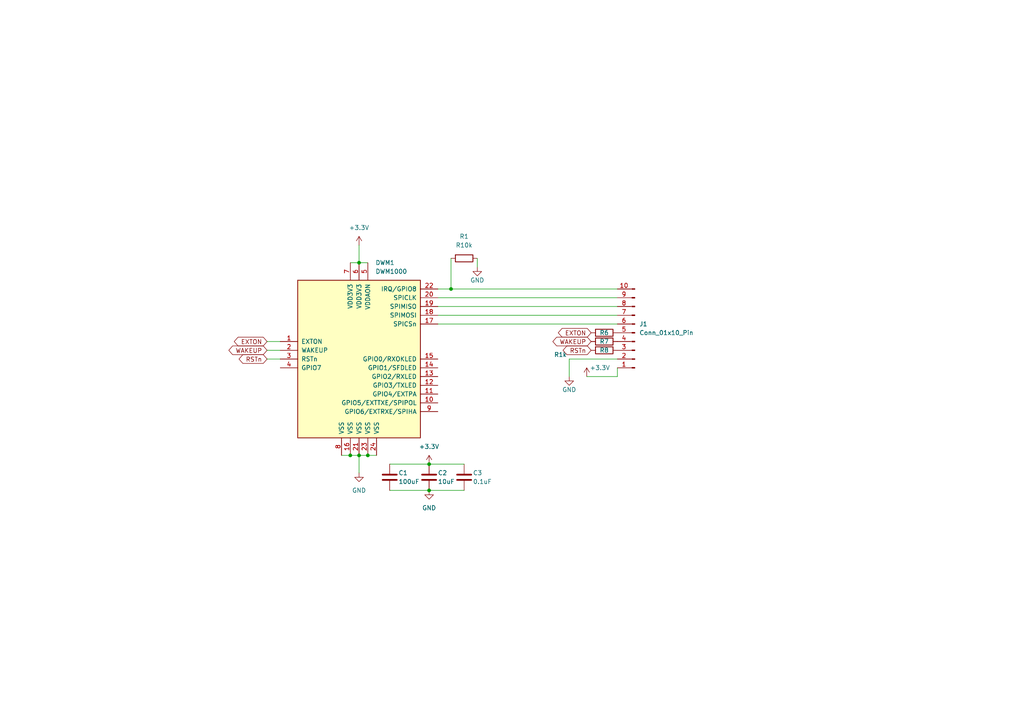
<source format=kicad_sch>
(kicad_sch (version 20230121) (generator eeschema)
  (paper "A4")
  (lib_symbols
    (symbol "Connector:Conn_01x10_Pin" (pin_names (offset 1.016) hide)
      (property "Reference" "J" (at 0 12.7 0))
      (property "Value" "Conn_01x10_Pin" (at 0 -15.24 0))
      (symbol "Conn_01x10_Pin_1_1"
        (polyline (pts (xy 1.27 -12.7) (xy 0.8636 -12.7)) (stroke (width 0.1524)))
        (polyline (pts (xy 1.27 -10.16) (xy 0.8636 -10.16)) (stroke (width 0.1524)))
        (polyline (pts (xy 1.27 -7.62) (xy 0.8636 -7.62)) (stroke (width 0.1524)))
        (polyline (pts (xy 1.27 -5.08) (xy 0.8636 -5.08)) (stroke (width 0.1524)))
        (polyline (pts (xy 1.27 -2.54) (xy 0.8636 -2.54)) (stroke (width 0.1524)))
        (polyline (pts (xy 1.27 0) (xy 0.8636 0)) (stroke (width 0.1524)))
        (polyline (pts (xy 1.27 2.54) (xy 0.8636 2.54)) (stroke (width 0.1524)))
        (polyline (pts (xy 1.27 5.08) (xy 0.8636 5.08)) (stroke (width 0.1524)))
        (polyline (pts (xy 1.27 7.62) (xy 0.8636 7.62)) (stroke (width 0.1524)))
        (polyline (pts (xy 1.27 10.16) (xy 0.8636 10.16)) (stroke (width 0.1524)))
        (rectangle (start 0.8636 -12.573) (end 0 -12.827) (stroke (width 0.1524)) (fill (type outline)))
        (rectangle (start 0.8636 -10.033) (end 0 -10.287) (stroke (width 0.1524)) (fill (type outline)))
        (rectangle (start 0.8636 -7.493) (end 0 -7.747) (stroke (width 0.1524)) (fill (type outline)))
        (rectangle (start 0.8636 -4.953) (end 0 -5.207) (stroke (width 0.1524)) (fill (type outline)))
        (rectangle (start 0.8636 -2.413) (end 0 -2.667) (stroke (width 0.1524)) (fill (type outline)))
        (rectangle (start 0.8636 0.127) (end 0 -0.127) (stroke (width 0.1524)) (fill (type outline)))
        (rectangle (start 0.8636 2.667) (end 0 2.413) (stroke (width 0.1524)) (fill (type outline)))
        (rectangle (start 0.8636 5.207) (end 0 4.953) (stroke (width 0.1524)) (fill (type outline)))
        (rectangle (start 0.8636 7.747) (end 0 7.493) (stroke (width 0.1524)) (fill (type outline)))
        (rectangle (start 0.8636 10.287) (end 0 10.033) (stroke (width 0.1524)) (fill (type outline)))
        (pin passive line (at 5.08 10.16 180) (length 3.81) (name "Pin_1") (number "1"))
        (pin passive line (at 5.08 -12.7 180) (length 3.81) (name "Pin_10") (number "10"))
        (pin passive line (at 5.08 7.62 180) (length 3.81) (name "Pin_2") (number "2"))
        (pin passive line (at 5.08 5.08 180) (length 3.81) (name "Pin_3") (number "3"))
        (pin passive line (at 5.08 2.54 180) (length 3.81) (name "Pin_4") (number "4"))
        (pin passive line (at 5.08 0 180) (length 3.81) (name "Pin_5") (number "5"))
        (pin passive line (at 5.08 -2.54 180) (length 3.81) (name "Pin_6") (number "6"))
        (pin passive line (at 5.08 -5.08 180) (length 3.81) (name "Pin_7") (number "7"))
        (pin passive line (at 5.08 -7.62 180) (length 3.81) (name "Pin_8") (number "8"))
        (pin passive line (at 5.08 -10.16 180) (length 3.81) (name "Pin_9") (number "9"))
      )
    )
    (symbol "Device:C" (pin_numbers hide) (pin_names (offset 0.254))
      (property "Reference" "C" (at 0.635 2.54 0))
      (property "Value" "C" (at 0.635 -2.54 0))
      (symbol "C_0_1"
        (polyline (pts (xy -2.032 -0.762) (xy 2.032 -0.762)) (stroke (width 0.508)))
        (polyline (pts (xy -2.032 0.762) (xy 2.032 0.762)) (stroke (width 0.508)))
      )
      (symbol "C_1_1"
        (pin passive line (at 0 3.81 270) (length 2.794) (name "~") (number "1"))
        (pin passive line (at 0 -3.81 90) (length 2.794) (name "~") (number "2"))
      )
    )
    (symbol "Device:R" (pin_numbers hide) (pin_names (offset 0))
      (property "Reference" "R" (at 2.032 0 90))
      (property "Value" "R" (at 0 0 90))
      (symbol "R_0_1"
        (rectangle (start -1.016 -2.54) (end 1.016 2.54) (stroke (width 0.254)))
      )
      (symbol "R_1_1"
        (pin passive line (at 0 3.81 270) (length 1.27) (name "~") (number "1"))
        (pin passive line (at 0 -3.81 90) (length 1.27) (name "~") (number "2"))
      )
    )
    (symbol "RF_Module:DWM1000" (pin_names (offset 1.016))
      (property "Reference" "DWM" (at 7.62 25.4 0))
      (property "Value" "DWM1000" (at 1.27 3.81 0))
      (symbol "DWM1000_0_1"
        (rectangle (start 17.78 22.86) (end -17.78 -22.86) (stroke (width 0.254)) (fill (type background)))
      )
      (symbol "DWM1000_1_1"
        (pin output line (at -22.86 5.08 0) (length 5.08) (name "EXTON") (number "1"))
        (pin bidirectional line (at 22.86 -12.7 180) (length 5.08) (name "GPIO5/EXTTXE/SPIPOL") (number "10"))
        (pin bidirectional line (at 22.86 -10.16 180) (length 5.08) (name "GPIO4/EXTPA") (number "11"))
        (pin bidirectional line (at 22.86 -7.62 180) (length 5.08) (name "GPIO3/TXLED") (number "12"))
        (pin bidirectional line (at 22.86 -5.08 180) (length 5.08) (name "GPIO2/RXLED") (number "13"))
        (pin bidirectional line (at 22.86 -2.54 180) (length 5.08) (name "GPIO1/SFDLED") (number "14"))
        (pin bidirectional line (at 22.86 0 180) (length 5.08) (name "GPIO0/RXOKLED") (number "15"))
        (pin power_in line (at -2.54 -27.94 90) (length 5.08) (name "VSS") (number "16"))
        (pin input line (at 22.86 10.16 180) (length 5.08) (name "SPICSn") (number "17"))
        (pin input line (at 22.86 12.7 180) (length 5.08) (name "SPIMOSI") (number "18"))
        (pin output line (at 22.86 15.24 180) (length 5.08) (name "SPIMISO") (number "19"))
        (pin bidirectional line (at -22.86 2.54 0) (length 5.08) (name "WAKEUP") (number "2"))
        (pin input line (at 22.86 17.78 180) (length 5.08) (name "SPICLK") (number "20"))
        (pin power_in line (at 0 -27.94 90) (length 5.08) (name "VSS") (number "21"))
        (pin bidirectional line (at 22.86 20.32 180) (length 5.08) (name "IRQ/GPIO8") (number "22"))
        (pin power_in line (at 2.54 -27.94 90) (length 5.08) (name "VSS") (number "23"))
        (pin power_in line (at 5.08 -27.94 90) (length 5.08) (name "VSS") (number "24"))
        (pin bidirectional line (at -22.86 0 0) (length 5.08) (name "RSTn") (number "3"))
        (pin bidirectional line (at -22.86 -2.54 0) (length 5.08) (name "GPIO7") (number "4"))
        (pin power_in line (at 2.54 27.94 270) (length 5.08) (name "VDDAON") (number "5"))
        (pin power_in line (at 0 27.94 270) (length 5.08) (name "VDD3V3") (number "6"))
        (pin power_in line (at -2.54 27.94 270) (length 5.08) (name "VDD3V3") (number "7"))
        (pin power_in line (at -5.08 -27.94 90) (length 5.08) (name "VSS") (number "8"))
        (pin bidirectional line (at 22.86 -15.24 180) (length 5.08) (name "GPIO6/EXTRXE/SPIHA") (number "9"))
      )
    )
    (symbol "power:+3.3V" (power) (pin_names (offset 0))
      (property "Value" "+3.3V" (at 0 3.556 0))
      (symbol "+3.3V_0_1"
        (polyline (pts (xy -0.762 1.27) (xy 0 2.54)))
        (polyline (pts (xy 0 0) (xy 0 2.54)))
        (polyline (pts (xy 0 2.54) (xy 0.762 1.27)))
      )
      (symbol "+3.3V_1_1"
        (pin power_in line (at 0 0 90) (length 0) hide (name "+3.3V") (number "1"))
      )
    )
    (symbol "power:GND" (power) (pin_names (offset 0))
      (property "Value" "GND" (at 0 -3.81 0))
      (symbol "GND_0_1"
        (polyline (pts (xy 0 0) (xy 0 -1.27) (xy 1.27 -1.27) (xy 0 -2.54) (xy -1.27 -1.27) (xy 0 -1.27)))
      )
      (symbol "GND_1_1"
        (pin power_in line (at 0 0 270) (length 0) hide (name "GND") (number "1"))
      )
    )
  )
  (junction (at 104.14 76.2))
  (junction (at 106.68 132.08))
  (junction (at 104.14 132.08))
  (junction (at 124.46 134.62))
  (junction (at 124.46 142.24))
  (junction (at 130.81 83.82))
  (junction (at 101.6 132.08))
  (wire (pts (xy 127 93.98) (xy 179.07 93.98)))
  (wire (pts (xy 179.07 109.22) (xy 170.18 109.22)))
  (wire (pts (xy 104.14 76.2) (xy 106.68 76.2)))
  (wire (pts (xy 127 91.44) (xy 179.07 91.44)))
  (wire (pts (xy 101.6 76.2) (xy 104.14 76.2)))
  (wire (pts (xy 165.1 104.14) (xy 165.1 109.22)))
  (wire (pts (xy 77.47 101.6) (xy 81.28 101.6)))
  (wire (pts (xy 127 83.82) (xy 130.81 83.82)))
  (wire (pts (xy 104.14 132.08) (xy 104.14 137.16)))
  (wire (pts (xy 138.43 74.93) (xy 138.43 77.47)))
  (wire (pts (xy 113.03 134.62) (xy 124.46 134.62)))
  (wire (pts (xy 106.68 132.08) (xy 109.22 132.08)))
  (wire (pts (xy 104.14 71.12) (xy 104.14 76.2)))
  (wire (pts (xy 124.46 142.24) (xy 134.62 142.24)))
  (wire (pts (xy 113.03 142.24) (xy 124.46 142.24)))
  (wire (pts (xy 77.47 104.14) (xy 81.28 104.14)))
  (wire (pts (xy 99.06 132.08) (xy 101.6 132.08)))
  (wire (pts (xy 104.14 132.08) (xy 106.68 132.08)))
  (wire (pts (xy 101.6 132.08) (xy 104.14 132.08)))
  (wire (pts (xy 127 88.9) (xy 179.07 88.9)))
  (wire (pts (xy 130.81 83.82) (xy 179.07 83.82)))
  (wire (pts (xy 165.1 104.14) (xy 179.07 104.14)))
  (wire (pts (xy 124.46 134.62) (xy 134.62 134.62)))
  (wire (pts (xy 130.81 74.93) (xy 130.81 83.82)))
  (wire (pts (xy 127 86.36) (xy 179.07 86.36)))
  (wire (pts (xy 77.47 99.06) (xy 81.28 99.06)))
  (wire (pts (xy 179.07 106.68) (xy 179.07 109.22)))
  (global_label "RSTn" (shape bidirectional) (at 171.45 101.6 180) (property "Intersheetrefs" "${INTERSHEET_REFS}" (effects hide)))
  (global_label "RSTn" (shape bidirectional) (at 77.47 104.14 180) (property "Intersheetrefs" "${INTERSHEET_REFS}" (effects hide)))
  (global_label "WAKEUP" (shape bidirectional) (at 77.47 101.6 180) (property "Intersheetrefs" "${INTERSHEET_REFS}" (effects hide)))
  (global_label "EXTON" (shape bidirectional) (at 77.47 99.06 180) (property "Intersheetrefs" "${INTERSHEET_REFS}" (effects hide)))
  (global_label "EXTON" (shape bidirectional) (at 171.45 96.52 180) (property "Intersheetrefs" "${INTERSHEET_REFS}" (effects hide)))
  (global_label "WAKEUP" (shape bidirectional) (at 171.45 99.06 180) (property "Intersheetrefs" "${INTERSHEET_REFS}" (effects hide)))
  (symbol (lib_id "RF_Module:DWM1000") (at 104.14 104.14 0) (unit 1)
    (property "Reference" "DWM1" (at 108.8741 76.2 0) (effects (justify left)))
    (property "Value" "DWM1000" (at 108.8741 78.74 0) (effects (justify left)))
    (property "Footprint" "RF_Module:DWM1000" (effects hide))
    (property "Datasheet" "https://www.decawave.com/sites/default/files/resources/dwm1000-datasheet-v1.3.pdf" (effects hide))
  )
  (symbol (lib_id "Connector:Conn_01x10_Pin") (at 184.15 96.52 180) (unit 1)
    (property "Reference" "J1" (at 185.42 93.98 0) (effects (justify right)))
    (property "Value" "Conn_01x10_Pin" (at 185.42 96.52 0) (effects (justify right)))
    (property "Footprint" "Connector_PinHeader_2.54mm:PinHeader_1x10_P2.54mm_Vertical" (effects hide))
  )
  (symbol (lib_id "power:GND") (at 165.1 109.22 0) (unit 1)
    (property "Reference" "#PWR06" (effects hide))
    (property "Value" "GND" (at 165.1 113.03 0))
  )
  (symbol (lib_id "Device:R") (at 175.26 101.6 90) (unit 1)
    (property "Reference" "R8" (at 175.26 101.6 90))
    (property "Value" "R1k" (effects hide))
    (property "Footprint" "Resistor_SMD:R_0603_1608Metric_Pad0.98x0.95mm_HandSolder" (effects hide))
  )
  (symbol (lib_id "power:GND") (at 138.43 77.47 0) (unit 1)
    (property "Reference" "#PWR05" (effects hide))
    (property "Value" "GND" (at 138.43 81.28 0))
  )
  (symbol (lib_id "Device:R") (at 175.26 96.52 90) (unit 1)
    (property "Reference" "R6" (at 175.26 96.52 90))
    (property "Value" "R1k" (effects hide))
    (property "Footprint" "Resistor_SMD:R_0603_1608Metric_Pad0.98x0.95mm_HandSolder" (effects hide))
  )
  (symbol (lib_id "Device:C") (at 124.46 138.43 0) (unit 1)
    (property "Reference" "C2" (at 127 137.16 0) (effects (justify left)))
    (property "Value" "10uF" (at 127 139.7 0) (effects (justify left)))
    (property "Footprint" "Capacitor_SMD:C_1206_3216Metric" (effects hide))
  )
  (symbol (lib_id "Device:C") (at 113.03 138.43 0) (unit 1)
    (property "Reference" "C1" (at 115.57 137.16 0) (effects (justify left)))
    (property "Value" "100uF" (at 115.57 139.7 0) (effects (justify left)))
    (property "Footprint" "Capacitor_THT:CP_Radial_D6.3mm_P2.50mm" (effects hide))
  )
  (symbol (lib_id "Device:C") (at 134.62 138.43 0) (unit 1)
    (property "Reference" "C3" (at 137.16 137.16 0) (effects (justify left)))
    (property "Value" "0.1uF" (at 137.16 139.7 0) (effects (justify left)))
    (property "Footprint" "Capacitor_SMD:C_1206_3216Metric" (effects hide))
  )
  (symbol (lib_id "power:+3.3V") (at 124.46 134.62 0) (unit 1)
    (property "Reference" "#PWR03" (effects hide))
    (property "Value" "+3.3V" (at 124.46 129.54 0))
  )
  (symbol (lib_id "Device:R") (at 175.26 99.06 90) (unit 1)
    (property "Reference" "R7" (at 175.26 99.06 90))
    (property "Value" "R1k" (at 162.56 102.87 90))
    (property "Footprint" "Resistor_SMD:R_0603_1608Metric_Pad0.98x0.95mm_HandSolder" (effects hide))
  )
  (symbol (lib_id "power:GND") (at 124.46 142.24 0) (unit 1)
    (property "Reference" "#PWR04" (effects hide))
    (property "Value" "GND" (at 124.46 147.32 0))
  )
  (symbol (lib_id "Device:R") (at 134.62 74.93 90) (unit 1)
    (property "Reference" "R1" (at 134.62 68.58 90))
    (property "Value" "R10k" (at 134.62 71.12 90))
    (property "Footprint" "Resistor_SMD:R_0603_1608Metric_Pad0.98x0.95mm_HandSolder" (effects hide))
  )
  (symbol (lib_id "power:+3.3V") (at 170.18 109.22 0) (unit 1)
    (property "Reference" "#PWR07" (effects hide))
    (property "Value" "+3.3V" (at 173.99 106.68 0))
  )
  (symbol (lib_id "power:GND") (at 104.14 137.16 0) (unit 1)
    (property "Reference" "#PWR02" (effects hide))
    (property "Value" "GND" (at 104.14 142.24 0))
  )
  (symbol (lib_id "power:+3.3V") (at 104.14 71.12 0) (unit 1)
    (property "Reference" "#PWR01" (effects hide))
    (property "Value" "+3.3V" (at 104.14 66.04 0))
  )
)
</source>
